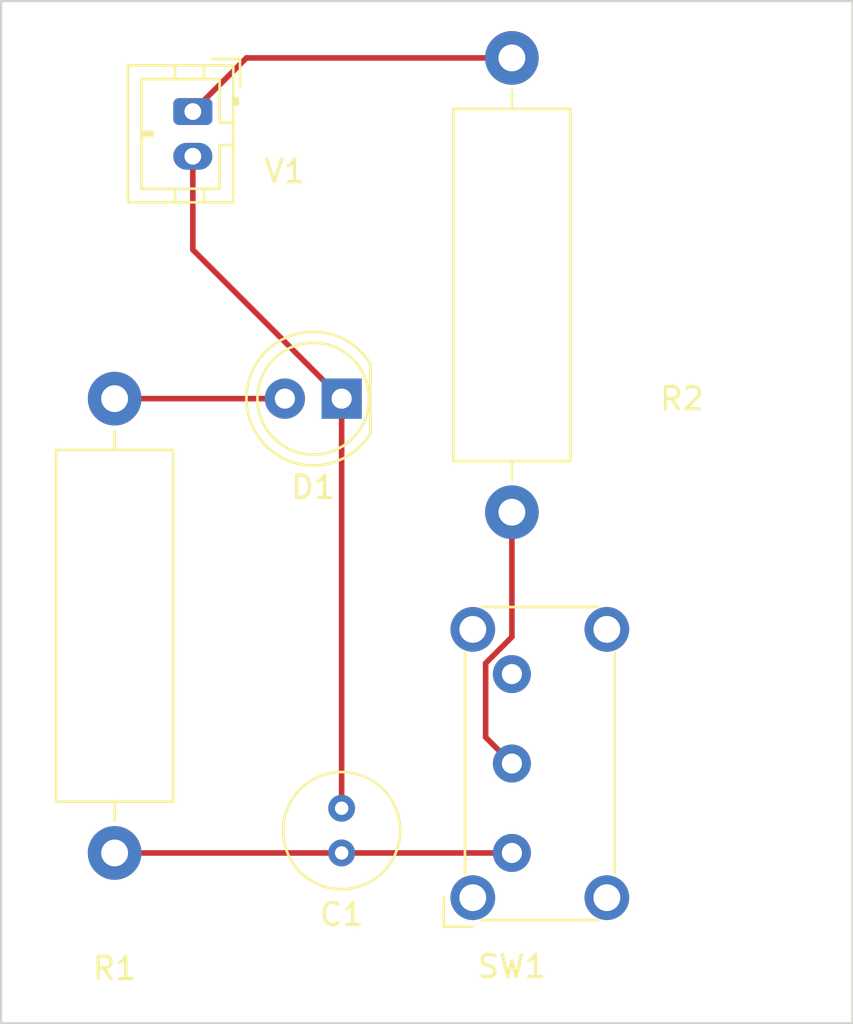
<source format=kicad_pcb>
(kicad_pcb (version 20211014) (generator pcbnew)
  (layers (0 "F.Cu" signal) (31 "B.Cu" signal) (34 "B.Paste" user) (35 "F.Paste" user) (36 "B.SilkS" user "B.Silkscreen") (37 "F.SilkS" user "F.Silkscreen") (38 "B.Mask" user) (39 "F.Mask" user) (44 "Edge.Cuts" user))
  (net 0 "")
  (net 1 "Net-(C1-Pad2)")
  (net 2 "Net-(D1-Pad2)")
  (net 3 "Net-(R2-Pad1)")
  (net 4 "Net-(R2-Pad2)")
  (net 5 "Net-(SW1-Pad1)")
  (footprint "LED_THT:LED_D5.0mm" (layer "F.Cu") (at 162.56 86.36 180)
    (fp_text reference "D1" (at 1.27 -3.96) (layer "F.SilkS"))
    (fp_text value "LED")
    (fp_line (start -1.29 -1.545) (end -1.29 1.545) (layer "F.SilkS") (width 0.12))
    (fp_arc (start 4.26 -0.000462) (mid 2.072002 2.880433) (end -1.29 1.54483) (layer "F.SilkS") (width 0.12))
    (fp_arc (start -1.29 -1.54483) (mid 2.072002 -2.880433) (end 4.26 0.000462) (layer "F.SilkS") (width 0.12))
    (fp_circle (center 1.27 0) (end 3.77 0) (layer "F.SilkS") (width 0.12) (fill none))
    (pad "1" thru_hole rect (at 0 0 180) (size 1.8 1.8) (drill 0.9) (layers *.Cu *.Mask) (net 1 "Net-(C1-Pad2)"))
    (pad "2" thru_hole circle (at 2.54 0 180) (size 1.8 1.8) (drill 0.9) (layers *.Cu *.Mask) (net 2 "Net-(D1-Pad2)"))
  )
  (footprint "Resistor_THT:R_Axial_DIN0516_L15.5mm_D5.0mm_P20.32mm_Horizontal" (layer "F.Cu") (at 152.4 106.68 90)
    (fp_text reference "R1" (at -5.16 0 180) (layer "F.SilkS"))
    (fp_text value "20 kΩ")
    (fp_line (start 2.29 -2.62) (end 2.29 2.62) (layer "F.SilkS") (width 0.12))
    (fp_line (start 18.88 0) (end 18.03 0) (layer "F.SilkS") (width 0.12))
    (fp_line (start 2.29 2.62) (end 18.03 2.62) (layer "F.SilkS") (width 0.12))
    (fp_line (start 18.03 -2.62) (end 2.29 -2.62) (layer "F.SilkS") (width 0.12))
    (fp_line (start 1.44 0) (end 2.29 0) (layer "F.SilkS") (width 0.12))
    (fp_line (start 18.03 2.62) (end 18.03 -2.62) (layer "F.SilkS") (width 0.12))
    (pad "1" thru_hole circle (at 0 0 90) (size 2.4 2.4) (drill 1.2) (layers *.Cu *.Mask) (net 5 "Net-(SW1-Pad1)"))
    (pad "2" thru_hole oval (at 20.32 0 90) (size 2.4 2.4) (drill 1.2) (layers *.Cu *.Mask) (net 2 "Net-(D1-Pad2)"))
  )
  (footprint "Capacitor_THT:C_Radial_D5.0mm_H5.0mm_P2.00mm" (layer "F.Cu") (at 162.56 106.68 90)
    (fp_text reference "C1" (at -2.75 0 180) (layer "F.SilkS"))
    (fp_text value "4.7 μF")
    (fp_circle (center 1 0) (end 3.62 0) (layer "F.SilkS") (width 0.12) (fill none))
    (pad "1" thru_hole circle (at 0 0 90) (size 1.2 1.2) (drill 0.6) (layers *.Cu *.Mask) (net 5 "Net-(SW1-Pad1)"))
    (pad "2" thru_hole circle (at 2 0 90) (size 1.2 1.2) (drill 0.6) (layers *.Cu *.Mask) (net 1 "Net-(C1-Pad2)"))
  )
  (footprint "Button_Switch_THT:SW_E-Switch_EG1224_SPDT_Angled" (layer "F.Cu") (at 170.18 106.68 90)
    (fp_text reference "SW1" (at -5.08 0 180) (layer "F.SilkS"))
    (fp_text value "SW_SPDT")
    (fp_line (start -3 3.85) (end -3 -1.35) (layer "F.SilkS") (width 0.12))
    (fp_line (start -3.3 -1.75) (end -3.3 -3.05) (layer "F.SilkS") (width 0.12))
    (fp_line (start -0.95 -2.1) (end 8.95 -2.1) (layer "F.SilkS") (width 0.12))
    (fp_line (start -3.3 -3.05) (end -2 -3.05) (layer "F.SilkS") (width 0.12))
    (fp_line (start 11 -1.35) (end 11 3.85) (layer "F.SilkS") (width 0.12))
    (fp_line (start 8.95 4.6) (end -0.95 4.6) (layer "F.SilkS") (width 0.12))
    (pad "" thru_hole circle (at 10 4.25 90) (size 2 2) (drill 1.2) (layers *.Cu *.Mask))
    (pad "" thru_hole circle (at -2 -1.75 90) (size 2 2) (drill 1.2) (layers *.Cu *.Mask))
    (pad "" thru_hole circle (at -2 4.25 90) (size 2 2) (drill 1.2) (layers *.Cu *.Mask))
    (pad "" thru_hole circle (at 10 -1.75 90) (size 2 2) (drill 1.2) (layers *.Cu *.Mask))
    (pad "1" thru_hole circle (at 0 0 90) (size 1.7 1.7) (drill 0.9) (layers *.Cu *.Mask) (net 5 "Net-(SW1-Pad1)"))
    (pad "2" thru_hole circle (at 4 0 90) (size 1.7 1.7) (drill 0.9) (layers *.Cu *.Mask) (net 3 "Net-(R2-Pad1)"))
    (pad "3" thru_hole circle (at 8 0 90) (size 1.7 1.7) (drill 0.9) (layers *.Cu *.Mask))
  )
  (footprint "Resistor_THT:R_Axial_DIN0516_L15.5mm_D5.0mm_P20.32mm_Horizontal" (layer "F.Cu") (at 170.18 91.44 90)
    (fp_text reference "R2" (at 5.08 7.62) (layer "F.SilkS"))
    (fp_text value "2.2 kΩ")
    (fp_line (start 18.88 0) (end 18.03 0) (layer "F.SilkS") (width 0.12))
    (fp_line (start 2.29 -2.62) (end 2.29 2.62) (layer "F.SilkS") (width 0.12))
    (fp_line (start 1.44 0) (end 2.29 0) (layer "F.SilkS") (width 0.12))
    (fp_line (start 18.03 -2.62) (end 2.29 -2.62) (layer "F.SilkS") (width 0.12))
    (fp_line (start 18.03 2.62) (end 18.03 -2.62) (layer "F.SilkS") (width 0.12))
    (fp_line (start 2.29 2.62) (end 18.03 2.62) (layer "F.SilkS") (width 0.12))
    (pad "1" thru_hole circle (at 0 0 90) (size 2.4 2.4) (drill 1.2) (layers *.Cu *.Mask) (net 3 "Net-(R2-Pad1)"))
    (pad "2" thru_hole oval (at 20.32 0 90) (size 2.4 2.4) (drill 1.2) (layers *.Cu *.Mask) (net 4 "Net-(R2-Pad2)"))
  )
  (footprint "Connector_JST:JST_PH_B2B-PH-K_1x02_P2.00mm_Vertical" (layer "F.Cu") (at 155.9 73.52 -90)
    (fp_text reference "V1" (at 2.68 -4.12) (layer "F.SilkS"))
    (fp_text value "9 V")
    (fp_line (start -2.06 -0.5) (end -1.45 -0.5) (layer "F.SilkS") (width 0.12))
    (fp_line (start -2.06 0.8) (end -1.45 0.8) (layer "F.SilkS") (width 0.12))
    (fp_line (start 3.45 2.3) (end 3.45 -1.2) (layer "F.SilkS") (width 0.12))
    (fp_line (start -0.3 -1.81) (end -0.3 -2.01) (layer "F.SilkS") (width 0.12))
    (fp_line (start 0.9 1.8) (end 1.1 1.8) (layer "F.SilkS") (width 0.12))
    (fp_line (start -2.36 -2.11) (end -2.36 -0.86) (layer "F.SilkS") (width 0.12))
    (fp_line (start 4.06 2.91) (end 4.06 -1.81) (layer "F.SilkS") (width 0.12))
    (fp_line (start 4.06 -0.5) (end 3.45 -0.5) (layer "F.SilkS") (width 0.12))
    (fp_line (start 0.9 2.3) (end 0.9 1.8) (layer "F.SilkS") (width 0.12))
    (fp_line (start 0.5 -1.81) (end 0.5 -1.2) (layer "F.SilkS") (width 0.12))
    (fp_line (start -1.11 -2.11) (end -2.36 -2.11) (layer "F.SilkS") (width 0.12))
    (fp_line (start 0.5 -1.2) (end -1.45 -1.2) (layer "F.SilkS") (width 0.12))
    (fp_line (start 4.06 0.8) (end 3.45 0.8) (layer "F.SilkS") (width 0.12))
    (fp_line (start -1.45 -1.2) (end -1.45 2.3) (layer "F.SilkS") (width 0.12))
    (fp_line (start 4.06 -1.81) (end -2.06 -1.81) (layer "F.SilkS") (width 0.12))
    (fp_line (start -0.3 -2.01) (end -0.6 -2.01) (layer "F.SilkS") (width 0.12))
    (fp_line (start -0.3 -1.91) (end -0.6 -1.91) (layer "F.SilkS") (width 0.12))
    (fp_line (start -1.45 2.3) (end 3.45 2.3) (layer "F.SilkS") (width 0.12))
    (fp_line (start -0.6 -2.01) (end -0.6 -1.81) (layer "F.SilkS") (width 0.12))
    (fp_line (start -2.06 2.91) (end 4.06 2.91) (layer "F.SilkS") (width 0.12))
    (fp_line (start 1 2.3) (end 1 1.8) (layer "F.SilkS") (width 0.12))
    (fp_line (start 1.5 -1.2) (end 1.5 -1.81) (layer "F.SilkS") (width 0.12))
    (fp_line (start 3.45 -1.2) (end 1.5 -1.2) (layer "F.SilkS") (width 0.12))
    (fp_line (start 1.1 1.8) (end 1.1 2.3) (layer "F.SilkS") (width 0.12))
    (fp_line (start -2.06 -1.81) (end -2.06 2.91) (layer "F.SilkS") (width 0.12))
    (pad "1" thru_hole roundrect (at 0 0 270) (size 1.2 1.75) (drill 0.75) (layers *.Cu *.Mask) (roundrect_rratio 0.208333) (net 4 "Net-(R2-Pad2)"))
    (pad "2" thru_hole oval (at 2 0 270) (size 1.2 1.75) (drill 0.75) (layers *.Cu *.Mask) (net 1 "Net-(C1-Pad2)"))
  )
  (gr_rect (start 147.32 68.58) (end 185.42 114.3) (layer "Edge.Cuts") (width 0.1) (fill none))
  (segment (start 155.9 75.52) (end 155.9 79.7) (width 0.25) (layer "F.Cu") (net 1))
  (segment (start 162.56 104.68) (end 162.56 86.36) (width 0.25) (layer "F.Cu") (net 1))
  (segment (start 155.9 79.7) (end 162.56 86.36) (width 0.25) (layer "F.Cu") (net 1))
  (segment (start 152.4 86.36) (end 160.02 86.36) (width 0.25) (layer "F.Cu") (net 2))
  (segment (start 169.005 98.193299) (end 169.005 101.505) (width 0.25) (layer "F.Cu") (net 3))
  (segment (start 170.18 97.018299) (end 169.005 98.193299) (width 0.25) (layer "F.Cu") (net 3))
  (segment (start 170.18 91.44) (end 170.18 97.018299) (width 0.25) (layer "F.Cu") (net 3))
  (segment (start 169.005 101.505) (end 170.18 102.68) (width 0.25) (layer "F.Cu") (net 3))
  (segment (start 155.9 73.52) (end 158.3 71.12) (width 0.25) (layer "F.Cu") (net 4))
  (segment (start 158.3 71.12) (end 170.18 71.12) (width 0.25) (layer "F.Cu") (net 4))
  (segment (start 152.4 106.68) (end 162.56 106.68) (width 0.25) (layer "F.Cu") (net 5))
  (segment (start 170.18 106.68) (end 162.56 106.68) (width 0.25) (layer "F.Cu") (net 5))
)
</source>
